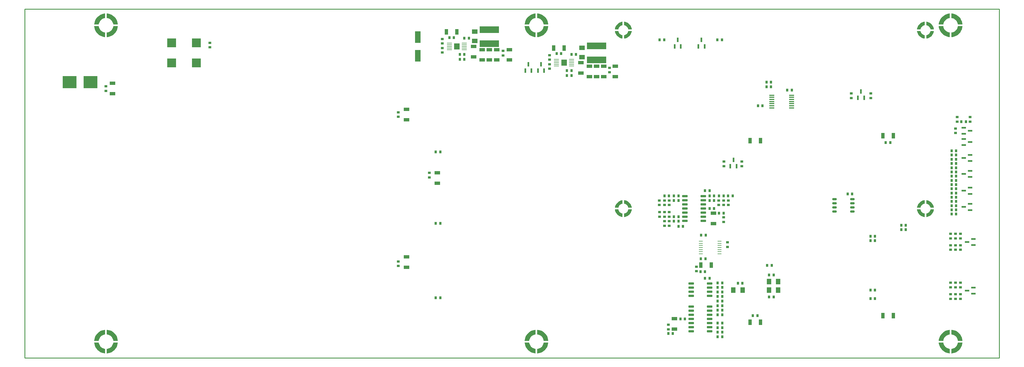
<source format=gtp>
G04 Layer_Color=10723209*
%FSLAX43Y43*%
%MOMM*%
G71*
G01*
G75*
%ADD10R,2.700X2.700*%
%ADD12R,6.000X2.000*%
%ADD13R,1.350X0.600*%
%ADD14O,1.450X0.650*%
%ADD15R,1.800X1.340*%
%ADD16R,1.340X1.800*%
%ADD17R,0.800X0.900*%
%ADD19R,4.240X3.810*%
%ADD20R,1.800X3.550*%
G04:AMPARAMS|DCode=22|XSize=0.65mm|YSize=1.65mm|CornerRadius=0.049mm|HoleSize=0mm|Usage=FLASHONLY|Rotation=270.000|XOffset=0mm|YOffset=0mm|HoleType=Round|Shape=RoundedRectangle|*
%AMROUNDEDRECTD22*
21,1,0.650,1.552,0,0,270.0*
21,1,0.552,1.650,0,0,270.0*
1,1,0.098,-0.776,-0.276*
1,1,0.098,-0.776,0.276*
1,1,0.098,0.776,0.276*
1,1,0.098,0.776,-0.276*
%
%ADD22ROUNDEDRECTD22*%
%ADD23R,1.700X1.000*%
%ADD24R,0.900X0.800*%
G04:AMPARAMS|DCode=26|XSize=1.73mm|YSize=1.9mm|CornerRadius=0.052mm|HoleSize=0mm|Usage=FLASHONLY|Rotation=0.000|XOffset=0mm|YOffset=0mm|HoleType=Round|Shape=RoundedRectangle|*
%AMROUNDEDRECTD26*
21,1,1.730,1.796,0,0,0.0*
21,1,1.626,1.900,0,0,0.0*
1,1,0.104,0.813,-0.898*
1,1,0.104,-0.813,-0.898*
1,1,0.104,-0.813,0.898*
1,1,0.104,0.813,0.898*
%
%ADD26ROUNDEDRECTD26*%
%ADD27R,0.600X1.350*%
%ADD28R,1.000X1.700*%
%ADD36C,0.254*%
%ADD72O,1.300X0.250*%
G04:AMPARAMS|DCode=73|XSize=0.35mm|YSize=1.5mm|CornerRadius=0mm|HoleSize=0mm|Usage=FLASHONLY|Rotation=90.000|XOffset=0mm|YOffset=0mm|HoleType=Round|Shape=RoundedRectangle|*
%AMROUNDEDRECTD73*
21,1,0.350,1.500,0,0,90.0*
21,1,0.350,1.500,0,0,90.0*
1,1,0.000,0.750,0.175*
1,1,0.000,0.750,-0.175*
1,1,0.000,-0.750,-0.175*
1,1,0.000,-0.750,0.175*
%
%ADD73ROUNDEDRECTD73*%
G04:AMPARAMS|DCode=74|XSize=0.2mm|YSize=1.45mm|CornerRadius=0mm|HoleSize=0mm|Usage=FLASHONLY|Rotation=90.000|XOffset=0mm|YOffset=0mm|HoleType=Round|Shape=RoundedRectangle|*
%AMROUNDEDRECTD74*
21,1,0.200,1.450,0,0,90.0*
21,1,0.200,1.450,0,0,90.0*
1,1,0.000,0.725,0.100*
1,1,0.000,0.725,-0.100*
1,1,0.000,-0.725,-0.100*
1,1,0.000,-0.725,0.100*
%
%ADD74ROUNDEDRECTD74*%
G36*
X186838Y45750D02*
X186816Y45527D01*
X186697Y45094D01*
X186506Y44688D01*
X186247Y44320D01*
X185930Y44003D01*
X185562Y43744D01*
X185156Y43553D01*
X184723Y43434D01*
X184500Y43412D01*
X184500D01*
Y44471D01*
X184500Y44470D01*
X184618Y44494D01*
X184848Y44570D01*
X185062Y44680D01*
X185257Y44822D01*
X185428Y44993D01*
X185570Y45188D01*
X185680Y45402D01*
X185756Y45632D01*
X185780Y45750D01*
Y45750D01*
Y45750D01*
X186838Y45750D01*
D02*
G37*
G36*
X279838D02*
X279816Y45527D01*
X279697Y45094D01*
X279506Y44688D01*
X279247Y44320D01*
X278930Y44003D01*
X278562Y43744D01*
X278156Y43553D01*
X277723Y43434D01*
X277500Y43412D01*
X277500D01*
Y44471D01*
X277500Y44470D01*
X277618Y44494D01*
X277848Y44570D01*
X278062Y44680D01*
X278257Y44822D01*
X278428Y44993D01*
X278570Y45188D01*
X278680Y45402D01*
X278756Y45632D01*
X278780Y45750D01*
Y45750D01*
Y45750D01*
X279838Y45750D01*
D02*
G37*
G36*
X275720Y45750D02*
X275744Y45632D01*
X275820Y45402D01*
X275930Y45188D01*
X276072Y44993D01*
X276243Y44822D01*
X276438Y44680D01*
X276652Y44570D01*
X276882Y44494D01*
X277000Y44470D01*
X277000Y44470D01*
X277000D01*
X277000Y43412D01*
X276777Y43434D01*
X276344Y43553D01*
X275938Y43744D01*
X275570Y44003D01*
X275253Y44320D01*
X274994Y44688D01*
X274803Y45094D01*
X274684Y45527D01*
X274662Y45750D01*
Y45750D01*
X275721D01*
X275720Y45750D01*
D02*
G37*
G36*
X157250Y8641D02*
Y7236D01*
X157250D01*
Y7236D01*
X157063Y7207D01*
X156699Y7103D01*
X156358Y6938D01*
X156049Y6719D01*
X155781Y6452D01*
X155562Y6143D01*
X155398Y5801D01*
X155293Y5437D01*
X155264Y5250D01*
Y5250D01*
X153859D01*
X153874Y5468D01*
X153955Y5897D01*
X154087Y6313D01*
X154268Y6710D01*
X154495Y7083D01*
X154765Y7427D01*
X155074Y7735D01*
X155417Y8005D01*
X155790Y8232D01*
X156187Y8413D01*
X156603Y8545D01*
X157032Y8626D01*
X157250Y8641D01*
D01*
X157250D01*
X157250D01*
D02*
G37*
G36*
X182720Y45750D02*
X182744Y45632D01*
X182820Y45402D01*
X182930Y45188D01*
X183072Y44993D01*
X183243Y44822D01*
X183438Y44680D01*
X183652Y44570D01*
X183882Y44494D01*
X184000Y44470D01*
X184000Y44470D01*
X184000D01*
X184000Y43412D01*
X183777Y43434D01*
X183344Y43553D01*
X182938Y43744D01*
X182570Y44003D01*
X182253Y44320D01*
X181994Y44688D01*
X181803Y45094D01*
X181684Y45527D01*
X181662Y45750D01*
Y45750D01*
X182721D01*
X182720Y45750D01*
D02*
G37*
G36*
X277000Y47529D02*
X277000Y47530D01*
X276882Y47506D01*
X276652Y47430D01*
X276438Y47320D01*
X276243Y47178D01*
X276072Y47007D01*
X275930Y46812D01*
X275820Y46598D01*
X275744Y46368D01*
X275720Y46250D01*
X275720D01*
Y46250D01*
X274662D01*
X274684Y46473D01*
X274803Y46906D01*
X274994Y47312D01*
X275253Y47680D01*
X275570Y47997D01*
X275938Y48256D01*
X276344Y48447D01*
X276777Y48566D01*
X277000Y48588D01*
Y48588D01*
X277000D01*
Y47529D01*
D02*
G37*
G36*
X182720Y100750D02*
X182744Y100632D01*
X182820Y100402D01*
X182930Y100188D01*
X183072Y99993D01*
X183243Y99822D01*
X183438Y99680D01*
X183652Y99570D01*
X183882Y99494D01*
X184000Y99470D01*
X184000Y99470D01*
X184000D01*
X184000Y98412D01*
X183777Y98434D01*
X183344Y98553D01*
X182938Y98744D01*
X182570Y99003D01*
X182253Y99320D01*
X181994Y99687D01*
X181803Y100094D01*
X181684Y100527D01*
X181662Y100750D01*
Y100750D01*
X182721D01*
X182720Y100750D01*
D02*
G37*
G36*
X184000Y47529D02*
X184000Y47530D01*
X183882Y47506D01*
X183652Y47430D01*
X183438Y47320D01*
X183243Y47178D01*
X183072Y47007D01*
X182930Y46812D01*
X182820Y46598D01*
X182744Y46368D01*
X182720Y46250D01*
X182720D01*
Y46250D01*
X181662D01*
X181684Y46473D01*
X181803Y46906D01*
X181994Y47312D01*
X182253Y47680D01*
X182570Y47997D01*
X182938Y48256D01*
X183344Y48447D01*
X183777Y48566D01*
X184000Y48588D01*
Y48588D01*
X184000D01*
Y47529D01*
D02*
G37*
G36*
X184723Y48566D02*
X185156Y48447D01*
X185562Y48256D01*
X185930Y47997D01*
X186247Y47680D01*
X186506Y47312D01*
X186697Y46906D01*
X186816Y46473D01*
X186838Y46250D01*
X186838Y46250D01*
Y46250D01*
X185779D01*
X185780Y46250D01*
X185756Y46368D01*
X185680Y46598D01*
X185570Y46812D01*
X185428Y47007D01*
X185257Y47178D01*
X185062Y47320D01*
X184848Y47430D01*
X184618Y47506D01*
X184500Y47530D01*
X184500D01*
Y48588D01*
X184723Y48566D01*
D02*
G37*
G36*
X277723D02*
X278156Y48447D01*
X278562Y48256D01*
X278930Y47997D01*
X279247Y47680D01*
X279506Y47312D01*
X279697Y46906D01*
X279816Y46473D01*
X279838Y46250D01*
X279838Y46250D01*
Y46250D01*
X278779D01*
X278780Y46250D01*
X278756Y46368D01*
X278680Y46598D01*
X278570Y46812D01*
X278428Y47007D01*
X278257Y47178D01*
X278062Y47320D01*
X277848Y47430D01*
X277618Y47506D01*
X277500Y47530D01*
X277500D01*
Y48588D01*
X277723Y48566D01*
D02*
G37*
G36*
X157968Y8626D02*
X158397Y8545D01*
X158813Y8413D01*
X159210Y8232D01*
X159583Y8005D01*
X159927Y7735D01*
X160235Y7426D01*
X160505Y7083D01*
X160732Y6710D01*
X160913Y6313D01*
X161045Y5897D01*
X161126Y5468D01*
X161141Y5250D01*
D01*
Y5250D01*
Y5250D01*
X159736D01*
Y5250D01*
X159736Y5250D01*
X159707Y5437D01*
X159603Y5801D01*
X159438Y6142D01*
X159219Y6451D01*
X158952Y6719D01*
X158643Y6938D01*
X158301Y7102D01*
X157937Y7207D01*
X157750Y7236D01*
X157750Y7236D01*
Y8641D01*
X157968Y8626D01*
D02*
G37*
G36*
X22793Y4563D02*
X22897Y4199D01*
X23062Y3858D01*
X23281Y3549D01*
X23548Y3281D01*
X23857Y3062D01*
X24199Y2898D01*
X24563Y2793D01*
X24750Y2764D01*
X24750D01*
Y1359D01*
X24750Y1359D01*
X24532Y1374D01*
X24103Y1455D01*
X23687Y1587D01*
X23290Y1768D01*
X22917Y1995D01*
X22573Y2265D01*
X22265Y2573D01*
X21995Y2917D01*
X21768Y3290D01*
X21587Y3687D01*
X21455Y4103D01*
X21374Y4532D01*
X21359Y4750D01*
X21359Y4750D01*
X22764D01*
Y4750D01*
X22793Y4563D01*
D02*
G37*
G36*
X282793D02*
X282897Y4199D01*
X283062Y3858D01*
X283281Y3549D01*
X283548Y3281D01*
X283857Y3062D01*
X284199Y2898D01*
X284563Y2793D01*
X284750Y2764D01*
X284750D01*
Y1359D01*
X284750Y1359D01*
X284532Y1374D01*
X284103Y1455D01*
X283687Y1587D01*
X283290Y1768D01*
X282917Y1995D01*
X282573Y2265D01*
X282265Y2573D01*
X281995Y2917D01*
X281768Y3290D01*
X281587Y3687D01*
X281455Y4103D01*
X281374Y4532D01*
X281359Y4750D01*
X281359Y4750D01*
X282764D01*
Y4750D01*
X282793Y4563D01*
D02*
G37*
G36*
X161141Y4750D02*
X161126Y4532D01*
X161045Y4103D01*
X160913Y3687D01*
X160732Y3290D01*
X160505Y2917D01*
X160235Y2573D01*
X159926Y2265D01*
X159583Y1995D01*
X159210Y1768D01*
X158813Y1587D01*
X158397Y1455D01*
X157968Y1374D01*
X157750Y1359D01*
X157750Y1359D01*
Y2764D01*
X157750D01*
X157937Y2793D01*
X158301Y2897D01*
X158642Y3062D01*
X158951Y3281D01*
X159219Y3548D01*
X159438Y3857D01*
X159602Y4199D01*
X159707Y4563D01*
X159736Y4750D01*
X159736Y4750D01*
X161141D01*
Y4750D01*
D02*
G37*
G36*
X28641Y4750D02*
X28626Y4532D01*
X28545Y4103D01*
X28413Y3687D01*
X28232Y3290D01*
X28005Y2917D01*
X27735Y2573D01*
X27427Y2265D01*
X27083Y1995D01*
X26710Y1768D01*
X26313Y1587D01*
X25897Y1455D01*
X25468Y1373D01*
X25250Y1359D01*
X25250Y1359D01*
Y2764D01*
X25250D01*
X25437Y2793D01*
X25801Y2897D01*
X26142Y3062D01*
X26451Y3281D01*
X26719Y3548D01*
X26938Y3857D01*
X27102Y4199D01*
X27207Y4563D01*
X27236Y4750D01*
X27236Y4750D01*
X28641D01*
Y4750D01*
D02*
G37*
G36*
X288641D02*
X288626Y4532D01*
X288545Y4103D01*
X288413Y3687D01*
X288232Y3290D01*
X288005Y2917D01*
X287735Y2573D01*
X287427Y2265D01*
X287083Y1995D01*
X286710Y1768D01*
X286313Y1587D01*
X285897Y1455D01*
X285468Y1373D01*
X285250Y1359D01*
X285250Y1359D01*
Y2764D01*
X285250D01*
X285437Y2793D01*
X285801Y2897D01*
X286142Y3062D01*
X286451Y3281D01*
X286719Y3548D01*
X286938Y3857D01*
X287102Y4199D01*
X287207Y4563D01*
X287236Y4750D01*
X287236Y4750D01*
X288641D01*
Y4750D01*
D02*
G37*
G36*
X24750Y8641D02*
Y7236D01*
X24750D01*
Y7236D01*
X24563Y7207D01*
X24199Y7102D01*
X23858Y6938D01*
X23549Y6719D01*
X23281Y6452D01*
X23062Y6143D01*
X22898Y5801D01*
X22793Y5437D01*
X22764Y5250D01*
Y5250D01*
X21359D01*
X21374Y5468D01*
X21455Y5897D01*
X21587Y6313D01*
X21768Y6710D01*
X21995Y7083D01*
X22265Y7427D01*
X22573Y7735D01*
X22917Y8005D01*
X23290Y8232D01*
X23687Y8413D01*
X24103Y8545D01*
X24532Y8626D01*
X24750Y8641D01*
D01*
X24750D01*
X24750D01*
D02*
G37*
G36*
X284750D02*
Y7236D01*
X284750D01*
Y7236D01*
X284563Y7207D01*
X284199Y7102D01*
X283858Y6938D01*
X283549Y6719D01*
X283281Y6452D01*
X283062Y6143D01*
X282898Y5801D01*
X282793Y5437D01*
X282764Y5250D01*
Y5250D01*
X281359D01*
X281374Y5468D01*
X281455Y5897D01*
X281587Y6313D01*
X281768Y6710D01*
X281995Y7083D01*
X282265Y7427D01*
X282573Y7735D01*
X282917Y8005D01*
X283290Y8232D01*
X283687Y8413D01*
X284103Y8545D01*
X284532Y8626D01*
X284750Y8641D01*
D01*
X284750D01*
X284750D01*
D02*
G37*
G36*
X285468Y8626D02*
X285897Y8545D01*
X286313Y8413D01*
X286710Y8232D01*
X287083Y8005D01*
X287427Y7735D01*
X287735Y7426D01*
X288005Y7083D01*
X288232Y6710D01*
X288413Y6313D01*
X288545Y5897D01*
X288626Y5468D01*
X288641Y5250D01*
D01*
Y5250D01*
Y5250D01*
X287236D01*
Y5250D01*
X287236Y5250D01*
X287207Y5437D01*
X287103Y5801D01*
X286938Y6142D01*
X286719Y6451D01*
X286452Y6719D01*
X286143Y6938D01*
X285801Y7102D01*
X285437Y7207D01*
X285250Y7236D01*
X285250Y7236D01*
Y8641D01*
X285468Y8626D01*
D02*
G37*
G36*
X155293Y4563D02*
X155397Y4199D01*
X155562Y3858D01*
X155781Y3549D01*
X156048Y3281D01*
X156357Y3062D01*
X156699Y2898D01*
X157063Y2793D01*
X157250Y2764D01*
X157250D01*
Y1359D01*
X157250Y1359D01*
X157032Y1374D01*
X156603Y1455D01*
X156187Y1587D01*
X155790Y1768D01*
X155417Y1995D01*
X155073Y2265D01*
X154765Y2573D01*
X154495Y2917D01*
X154268Y3290D01*
X154087Y3687D01*
X153955Y4103D01*
X153874Y4532D01*
X153859Y4750D01*
X153859Y4750D01*
X155264D01*
Y4750D01*
X155293Y4563D01*
D02*
G37*
G36*
X25468Y8626D02*
X25897Y8545D01*
X26313Y8413D01*
X26710Y8232D01*
X27083Y8005D01*
X27427Y7735D01*
X27735Y7426D01*
X28005Y7083D01*
X28232Y6710D01*
X28413Y6313D01*
X28545Y5897D01*
X28626Y5468D01*
X28641Y5250D01*
D01*
Y5250D01*
Y5250D01*
X27236D01*
Y5250D01*
X27236Y5250D01*
X27207Y5437D01*
X27103Y5801D01*
X26938Y6142D01*
X26719Y6451D01*
X26452Y6719D01*
X26143Y6938D01*
X25801Y7102D01*
X25437Y7207D01*
X25250Y7236D01*
X25250Y7236D01*
Y8641D01*
X25468Y8626D01*
D02*
G37*
G36*
X275720Y100750D02*
X275744Y100632D01*
X275820Y100402D01*
X275930Y100188D01*
X276072Y99993D01*
X276243Y99822D01*
X276438Y99680D01*
X276652Y99570D01*
X276882Y99494D01*
X277000Y99470D01*
X277000Y99470D01*
X277000D01*
X277000Y98412D01*
X276777Y98434D01*
X276344Y98553D01*
X275938Y98744D01*
X275570Y99003D01*
X275253Y99320D01*
X274994Y99687D01*
X274803Y100094D01*
X274684Y100527D01*
X274662Y100750D01*
Y100750D01*
X275721D01*
X275720Y100750D01*
D02*
G37*
G36*
X285468Y106126D02*
X285897Y106045D01*
X286313Y105913D01*
X286710Y105732D01*
X287083Y105505D01*
X287427Y105235D01*
X287735Y104926D01*
X288005Y104583D01*
X288232Y104210D01*
X288413Y103813D01*
X288545Y103397D01*
X288626Y102968D01*
X288641Y102750D01*
D01*
Y102750D01*
Y102750D01*
X287236D01*
Y102750D01*
X287236Y102750D01*
X287207Y102937D01*
X287103Y103301D01*
X286938Y103642D01*
X286719Y103951D01*
X286452Y104219D01*
X286143Y104438D01*
X285801Y104602D01*
X285437Y104707D01*
X285250Y104736D01*
X285250Y104736D01*
Y106141D01*
X285468Y106126D01*
D02*
G37*
G36*
X24750Y104736D02*
X24750D01*
Y104736D01*
X24563Y104707D01*
X24199Y104603D01*
X23858Y104438D01*
X23549Y104219D01*
X23281Y103952D01*
X23062Y103643D01*
X22898Y103301D01*
X22793Y102937D01*
X22764Y102750D01*
Y102750D01*
X21359D01*
X21374Y102968D01*
X21455Y103397D01*
X21587Y103813D01*
X21768Y104210D01*
X21995Y104583D01*
X22265Y104927D01*
X22573Y105235D01*
X22917Y105505D01*
X23290Y105732D01*
X23687Y105913D01*
X24103Y106045D01*
X24532Y106126D01*
X24750Y106141D01*
Y104736D01*
D02*
G37*
G36*
X157968Y106126D02*
X158397Y106045D01*
X158813Y105913D01*
X159210Y105732D01*
X159583Y105505D01*
X159927Y105235D01*
X160235Y104926D01*
X160505Y104583D01*
X160732Y104210D01*
X160913Y103813D01*
X161045Y103397D01*
X161126Y102968D01*
X161141Y102750D01*
D01*
Y102750D01*
Y102750D01*
X159736D01*
Y102750D01*
X159736Y102750D01*
X159707Y102937D01*
X159603Y103301D01*
X159438Y103642D01*
X159219Y103951D01*
X158952Y104219D01*
X158643Y104438D01*
X158301Y104602D01*
X157937Y104707D01*
X157750Y104736D01*
X157750Y104736D01*
Y106141D01*
X157968Y106126D01*
D02*
G37*
G36*
X277000Y102529D02*
X277000Y102530D01*
X276882Y102506D01*
X276652Y102430D01*
X276438Y102320D01*
X276243Y102178D01*
X276072Y102007D01*
X275930Y101812D01*
X275820Y101598D01*
X275744Y101368D01*
X275720Y101250D01*
X275720D01*
Y101250D01*
X274662D01*
X274684Y101473D01*
X274803Y101906D01*
X274994Y102312D01*
X275253Y102680D01*
X275570Y102997D01*
X275938Y103256D01*
X276344Y103447D01*
X276777Y103566D01*
X277000Y103588D01*
Y103588D01*
X277000D01*
Y102529D01*
D02*
G37*
G36*
X25468Y106126D02*
X25897Y106045D01*
X26313Y105913D01*
X26710Y105732D01*
X27083Y105505D01*
X27427Y105235D01*
X27735Y104926D01*
X28005Y104583D01*
X28232Y104210D01*
X28413Y103813D01*
X28545Y103397D01*
X28626Y102968D01*
X28641Y102750D01*
D01*
Y102750D01*
Y102750D01*
X27236D01*
Y102750D01*
X27236Y102750D01*
X27207Y102937D01*
X27103Y103301D01*
X26938Y103642D01*
X26719Y103951D01*
X26452Y104219D01*
X26143Y104438D01*
X25801Y104602D01*
X25437Y104707D01*
X25250Y104736D01*
X25250Y104736D01*
Y106141D01*
X25468Y106126D01*
D02*
G37*
G36*
X157250Y106141D02*
D01*
X157250D01*
X157250D01*
D02*
G37*
G36*
X284750D02*
D01*
X284750D01*
X284750D01*
D02*
G37*
G36*
X24750D02*
D01*
X24750D01*
X24750D01*
D02*
G37*
G36*
X157250Y104736D02*
X157250D01*
Y104736D01*
X157063Y104707D01*
X156699Y104603D01*
X156358Y104438D01*
X156049Y104219D01*
X155781Y103952D01*
X155562Y103643D01*
X155398Y103301D01*
X155293Y102937D01*
X155264Y102750D01*
Y102750D01*
X153859D01*
X153874Y102968D01*
X153955Y103397D01*
X154087Y103813D01*
X154268Y104210D01*
X154495Y104583D01*
X154765Y104927D01*
X155074Y105235D01*
X155417Y105505D01*
X155790Y105732D01*
X156187Y105913D01*
X156603Y106045D01*
X157032Y106126D01*
X157250Y106141D01*
Y104736D01*
D02*
G37*
G36*
X284750D02*
X284750D01*
Y104736D01*
X284563Y104707D01*
X284199Y104603D01*
X283858Y104438D01*
X283549Y104219D01*
X283281Y103952D01*
X283062Y103643D01*
X282898Y103301D01*
X282793Y102937D01*
X282764Y102750D01*
Y102750D01*
X281359D01*
X281374Y102968D01*
X281455Y103397D01*
X281587Y103813D01*
X281768Y104210D01*
X281995Y104583D01*
X282265Y104927D01*
X282573Y105235D01*
X282917Y105505D01*
X283290Y105732D01*
X283687Y105913D01*
X284103Y106045D01*
X284532Y106126D01*
X284750Y106141D01*
Y104736D01*
D02*
G37*
G36*
X184000Y102529D02*
X184000Y102530D01*
X183882Y102506D01*
X183652Y102430D01*
X183438Y102320D01*
X183243Y102178D01*
X183072Y102007D01*
X182930Y101812D01*
X182820Y101598D01*
X182744Y101368D01*
X182720Y101250D01*
X182720D01*
Y101250D01*
X181662D01*
X181684Y101473D01*
X181803Y101906D01*
X181994Y102312D01*
X182253Y102680D01*
X182570Y102997D01*
X182938Y103256D01*
X183344Y103447D01*
X183777Y103566D01*
X184000Y103588D01*
Y103588D01*
X184000D01*
Y102529D01*
D02*
G37*
G36*
X186838Y100750D02*
X186816Y100527D01*
X186697Y100094D01*
X186506Y99688D01*
X186247Y99320D01*
X185930Y99003D01*
X185562Y98744D01*
X185156Y98553D01*
X184723Y98434D01*
X184500Y98412D01*
X184500D01*
Y99471D01*
X184500Y99470D01*
X184618Y99494D01*
X184848Y99570D01*
X185062Y99680D01*
X185257Y99822D01*
X185428Y99993D01*
X185570Y100188D01*
X185680Y100402D01*
X185756Y100632D01*
X185780Y100750D01*
Y100750D01*
Y100750D01*
X186838Y100750D01*
D02*
G37*
G36*
X279838D02*
X279816Y100527D01*
X279697Y100094D01*
X279506Y99688D01*
X279247Y99320D01*
X278930Y99003D01*
X278562Y98744D01*
X278156Y98553D01*
X277723Y98434D01*
X277500Y98412D01*
X277500D01*
Y99471D01*
X277500Y99470D01*
X277618Y99494D01*
X277848Y99570D01*
X278062Y99680D01*
X278257Y99822D01*
X278428Y99993D01*
X278570Y100188D01*
X278680Y100402D01*
X278756Y100632D01*
X278780Y100750D01*
Y100750D01*
Y100750D01*
X279838Y100750D01*
D02*
G37*
G36*
X288641Y102250D02*
X288626Y102032D01*
X288545Y101603D01*
X288413Y101187D01*
X288232Y100790D01*
X288005Y100417D01*
X287735Y100073D01*
X287427Y99765D01*
X287083Y99495D01*
X286710Y99268D01*
X286313Y99087D01*
X285897Y98955D01*
X285468Y98874D01*
X285250Y98859D01*
X285250Y98859D01*
Y100264D01*
X285250D01*
X285437Y100293D01*
X285801Y100397D01*
X286142Y100562D01*
X286451Y100781D01*
X286719Y101048D01*
X286938Y101357D01*
X287102Y101699D01*
X287207Y102063D01*
X287236Y102250D01*
X287236Y102250D01*
X288641D01*
Y102250D01*
D02*
G37*
G36*
X28641D02*
X28626Y102032D01*
X28545Y101603D01*
X28413Y101187D01*
X28232Y100790D01*
X28005Y100417D01*
X27735Y100073D01*
X27427Y99765D01*
X27083Y99495D01*
X26710Y99268D01*
X26313Y99087D01*
X25897Y98955D01*
X25468Y98874D01*
X25250Y98859D01*
X25250Y98859D01*
Y100264D01*
X25250D01*
X25437Y100293D01*
X25801Y100397D01*
X26142Y100562D01*
X26451Y100781D01*
X26719Y101048D01*
X26938Y101357D01*
X27102Y101699D01*
X27207Y102063D01*
X27236Y102250D01*
X27236Y102250D01*
X28641D01*
Y102250D01*
D02*
G37*
G36*
X161141D02*
X161126Y102032D01*
X161045Y101603D01*
X160913Y101187D01*
X160732Y100790D01*
X160505Y100417D01*
X160235Y100073D01*
X159926Y99765D01*
X159583Y99495D01*
X159210Y99268D01*
X158813Y99087D01*
X158397Y98955D01*
X157968Y98874D01*
X157750Y98859D01*
X157750Y98859D01*
Y100264D01*
X157750D01*
X157937Y100293D01*
X158301Y100397D01*
X158642Y100562D01*
X158951Y100781D01*
X159219Y101048D01*
X159438Y101357D01*
X159602Y101699D01*
X159707Y102063D01*
X159736Y102250D01*
X159736Y102250D01*
X161141D01*
Y102250D01*
D02*
G37*
G36*
X155293Y102063D02*
X155397Y101699D01*
X155562Y101358D01*
X155781Y101049D01*
X156048Y100781D01*
X156357Y100562D01*
X156699Y100398D01*
X157063Y100293D01*
X157250Y100264D01*
X157250D01*
Y98859D01*
X157250Y98859D01*
X157032Y98874D01*
X156603Y98955D01*
X156187Y99087D01*
X155790Y99268D01*
X155417Y99495D01*
X155073Y99765D01*
X154765Y100074D01*
X154495Y100417D01*
X154268Y100790D01*
X154087Y101187D01*
X153955Y101603D01*
X153874Y102032D01*
X153859Y102250D01*
X153859Y102250D01*
X155264D01*
Y102250D01*
X155293Y102063D01*
D02*
G37*
G36*
X282793D02*
X282897Y101699D01*
X283062Y101358D01*
X283281Y101049D01*
X283548Y100781D01*
X283857Y100562D01*
X284199Y100398D01*
X284563Y100293D01*
X284750Y100264D01*
X284750D01*
Y98859D01*
X284750Y98859D01*
X284532Y98874D01*
X284103Y98955D01*
X283687Y99087D01*
X283290Y99268D01*
X282917Y99495D01*
X282573Y99765D01*
X282265Y100074D01*
X281995Y100417D01*
X281768Y100790D01*
X281587Y101187D01*
X281455Y101603D01*
X281374Y102032D01*
X281359Y102250D01*
X281359Y102250D01*
X282764D01*
Y102250D01*
X282793Y102063D01*
D02*
G37*
G36*
X22793D02*
X22897Y101699D01*
X23062Y101358D01*
X23281Y101049D01*
X23548Y100781D01*
X23857Y100562D01*
X24199Y100398D01*
X24563Y100293D01*
X24750Y100264D01*
X24750D01*
Y98859D01*
X24750Y98859D01*
X24532Y98874D01*
X24103Y98955D01*
X23687Y99087D01*
X23290Y99268D01*
X22917Y99495D01*
X22573Y99765D01*
X22265Y100074D01*
X21995Y100417D01*
X21768Y100790D01*
X21587Y101187D01*
X21455Y101603D01*
X21374Y102032D01*
X21359Y102250D01*
X21359Y102250D01*
X22764D01*
Y102250D01*
X22793Y102063D01*
D02*
G37*
G36*
X184723Y103566D02*
X185156Y103447D01*
X185562Y103256D01*
X185930Y102997D01*
X186247Y102680D01*
X186506Y102312D01*
X186697Y101906D01*
X186816Y101473D01*
X186838Y101250D01*
X186838Y101250D01*
Y101250D01*
X185779D01*
X185780Y101250D01*
X185756Y101368D01*
X185680Y101598D01*
X185570Y101812D01*
X185428Y102007D01*
X185257Y102178D01*
X185062Y102320D01*
X184848Y102430D01*
X184618Y102506D01*
X184500Y102530D01*
X184500D01*
Y103588D01*
X184723Y103566D01*
D02*
G37*
G36*
X277723D02*
X278156Y103447D01*
X278562Y103256D01*
X278930Y102997D01*
X279247Y102680D01*
X279506Y102312D01*
X279697Y101906D01*
X279816Y101473D01*
X279838Y101250D01*
X279838Y101250D01*
Y101250D01*
X278779D01*
X278780Y101250D01*
X278756Y101368D01*
X278680Y101598D01*
X278570Y101812D01*
X278428Y102007D01*
X278257Y102178D01*
X278062Y102320D01*
X277848Y102430D01*
X277618Y102506D01*
X277500Y102530D01*
X277500D01*
Y103588D01*
X277723Y103566D01*
D02*
G37*
D10*
X45190Y90890D02*
D03*
X52810D02*
D03*
Y97110D02*
D03*
X45190D02*
D03*
D12*
X143000Y96850D02*
D03*
Y101150D02*
D03*
X176000Y91850D02*
D03*
Y96150D02*
D03*
D13*
X291975Y19750D02*
D03*
Y21650D02*
D03*
X290025Y20700D02*
D03*
X290975Y66500D02*
D03*
X289025Y65550D02*
D03*
Y67450D02*
D03*
X290975Y70000D02*
D03*
X289025Y69050D02*
D03*
Y70950D02*
D03*
X290025Y35700D02*
D03*
X291975Y36650D02*
D03*
Y34750D02*
D03*
X290975Y45550D02*
D03*
Y47450D02*
D03*
X289025Y46500D02*
D03*
X290975Y50550D02*
D03*
Y52450D02*
D03*
X289025Y51500D02*
D03*
X290975Y55750D02*
D03*
Y57650D02*
D03*
X289025Y56700D02*
D03*
X290975Y60650D02*
D03*
Y62550D02*
D03*
X289025Y61600D02*
D03*
D14*
X254725Y45095D02*
D03*
Y46365D02*
D03*
Y47635D02*
D03*
Y48905D02*
D03*
X249275Y45095D02*
D03*
Y46365D02*
D03*
Y47635D02*
D03*
Y48905D02*
D03*
D15*
X138500Y97670D02*
D03*
Y100530D02*
D03*
X171500Y92670D02*
D03*
Y95530D02*
D03*
D16*
X231930Y23500D02*
D03*
X229070D02*
D03*
X231930Y20900D02*
D03*
X229070D02*
D03*
X220930D02*
D03*
X218070D02*
D03*
D17*
X261700Y36100D02*
D03*
X260300D02*
D03*
X215100Y44600D02*
D03*
X213700D02*
D03*
X213200Y98000D02*
D03*
X214600D02*
D03*
X261700Y18300D02*
D03*
X260300D02*
D03*
X228500Y28500D02*
D03*
X229900D02*
D03*
X261700Y20900D02*
D03*
X260300D02*
D03*
X230500Y25500D02*
D03*
X229100D02*
D03*
X219500Y23000D02*
D03*
X220900D02*
D03*
X230500Y18800D02*
D03*
X229100D02*
D03*
X288300Y72800D02*
D03*
X289700D02*
D03*
X285300Y44300D02*
D03*
X286700D02*
D03*
X285300Y48200D02*
D03*
X286700D02*
D03*
X285300Y49500D02*
D03*
X286700D02*
D03*
X285300Y53400D02*
D03*
X286700D02*
D03*
X285300Y54700D02*
D03*
X286700D02*
D03*
X285300Y58600D02*
D03*
X286700D02*
D03*
X285300Y59900D02*
D03*
X286700D02*
D03*
X285300Y63800D02*
D03*
X286700D02*
D03*
Y62500D02*
D03*
X285300D02*
D03*
X286700Y61200D02*
D03*
X285300D02*
D03*
X286700Y57300D02*
D03*
X285300D02*
D03*
X286700Y56000D02*
D03*
X285300D02*
D03*
X214700Y16100D02*
D03*
X213300D02*
D03*
Y13300D02*
D03*
X214700D02*
D03*
X214700Y21700D02*
D03*
X213300D02*
D03*
Y18900D02*
D03*
X214700D02*
D03*
X214700Y7900D02*
D03*
X213300D02*
D03*
Y10700D02*
D03*
X214700D02*
D03*
X203200Y12000D02*
D03*
X201800D02*
D03*
X208200Y37800D02*
D03*
X209600D02*
D03*
X196900Y49900D02*
D03*
X198300D02*
D03*
X215100D02*
D03*
X213700D02*
D03*
X208000Y26600D02*
D03*
X209400D02*
D03*
X208100Y30500D02*
D03*
X209500D02*
D03*
X210800Y46000D02*
D03*
X212200D02*
D03*
X225530Y12970D02*
D03*
X224130D02*
D03*
X265030Y66370D02*
D03*
X266430D02*
D03*
X254700Y50500D02*
D03*
X253300D02*
D03*
X168300Y93500D02*
D03*
X169700D02*
D03*
X163700Y93800D02*
D03*
X165100D02*
D03*
X135300Y98500D02*
D03*
X136700D02*
D03*
X132100Y98700D02*
D03*
X130700D02*
D03*
X195400Y98000D02*
D03*
X196800D02*
D03*
X236100Y82500D02*
D03*
X234700D02*
D03*
X198100Y7500D02*
D03*
X199500D02*
D03*
X214700Y17500D02*
D03*
X213300D02*
D03*
Y14700D02*
D03*
X214700D02*
D03*
X214700Y23100D02*
D03*
X213300D02*
D03*
Y20300D02*
D03*
X214700D02*
D03*
X214700Y6500D02*
D03*
X213300D02*
D03*
X213300Y9300D02*
D03*
X214700D02*
D03*
X199800Y42100D02*
D03*
X201200D02*
D03*
Y43500D02*
D03*
X199800D02*
D03*
X126500Y18500D02*
D03*
X127900D02*
D03*
X199800Y49900D02*
D03*
X201200D02*
D03*
Y48500D02*
D03*
X199800D02*
D03*
X126500Y41500D02*
D03*
X127900D02*
D03*
X216500Y49900D02*
D03*
X217900D02*
D03*
X212200D02*
D03*
X210800D02*
D03*
Y48500D02*
D03*
X212200D02*
D03*
X126500Y63500D02*
D03*
X127900D02*
D03*
X166900Y87000D02*
D03*
X168300D02*
D03*
Y88500D02*
D03*
X166900D02*
D03*
X133900Y92000D02*
D03*
X135300D02*
D03*
Y93500D02*
D03*
X133900D02*
D03*
X285300Y45600D02*
D03*
X286700D02*
D03*
X285300Y46900D02*
D03*
X286700D02*
D03*
X285300Y50800D02*
D03*
X286700D02*
D03*
X285300Y52100D02*
D03*
X286700D02*
D03*
X210800Y24500D02*
D03*
X209400D02*
D03*
X202600Y40500D02*
D03*
X201200D02*
D03*
X209400Y51500D02*
D03*
X210800D02*
D03*
X225700Y77700D02*
D03*
X227100D02*
D03*
X228300Y83500D02*
D03*
X229700D02*
D03*
X228300Y85000D02*
D03*
X229700D02*
D03*
X271200Y40900D02*
D03*
X269800D02*
D03*
X260300Y37500D02*
D03*
X261700D02*
D03*
X269800Y39500D02*
D03*
X271200D02*
D03*
D19*
X20185Y85000D02*
D03*
X13815D02*
D03*
D20*
X121000Y93125D02*
D03*
Y98875D02*
D03*
D22*
X203175Y49810D02*
D03*
Y48540D02*
D03*
Y47270D02*
D03*
Y46000D02*
D03*
Y44730D02*
D03*
Y43460D02*
D03*
Y42190D02*
D03*
X208825Y49810D02*
D03*
Y48540D02*
D03*
Y47270D02*
D03*
Y46000D02*
D03*
Y44730D02*
D03*
Y43460D02*
D03*
Y42190D02*
D03*
X210825Y19095D02*
D03*
Y20365D02*
D03*
Y21635D02*
D03*
Y22905D02*
D03*
X205175Y19095D02*
D03*
Y20365D02*
D03*
Y21635D02*
D03*
Y22905D02*
D03*
X210825Y8190D02*
D03*
Y9460D02*
D03*
Y10730D02*
D03*
Y12000D02*
D03*
Y13270D02*
D03*
Y14540D02*
D03*
Y15810D02*
D03*
X205175Y8190D02*
D03*
Y9460D02*
D03*
Y10730D02*
D03*
Y12000D02*
D03*
Y13270D02*
D03*
Y14540D02*
D03*
Y15810D02*
D03*
D23*
X145300Y91800D02*
D03*
Y95000D02*
D03*
X149200Y91800D02*
D03*
Y95000D02*
D03*
X200000Y12100D02*
D03*
Y8900D02*
D03*
X117500Y31100D02*
D03*
Y27900D02*
D03*
X127000Y53800D02*
D03*
Y57000D02*
D03*
X117500Y76600D02*
D03*
Y73400D02*
D03*
X212000Y41400D02*
D03*
Y44600D02*
D03*
X27000Y81400D02*
D03*
Y84600D02*
D03*
X173800Y86700D02*
D03*
Y89900D02*
D03*
X176000Y86700D02*
D03*
Y89900D02*
D03*
X178200Y86700D02*
D03*
Y89900D02*
D03*
X140800Y91800D02*
D03*
Y95000D02*
D03*
X143000Y91800D02*
D03*
Y95000D02*
D03*
X171200Y87800D02*
D03*
Y91000D02*
D03*
X138200Y92800D02*
D03*
Y96000D02*
D03*
X181800Y89900D02*
D03*
Y86700D02*
D03*
D24*
X288000Y19600D02*
D03*
Y18200D02*
D03*
X216300Y34200D02*
D03*
Y35600D02*
D03*
X286500Y69300D02*
D03*
Y70700D02*
D03*
X285000Y33300D02*
D03*
Y34700D02*
D03*
Y36800D02*
D03*
Y38200D02*
D03*
X286500Y34700D02*
D03*
Y33300D02*
D03*
Y36800D02*
D03*
Y38200D02*
D03*
X287000Y74200D02*
D03*
Y72800D02*
D03*
X291000Y74200D02*
D03*
Y72800D02*
D03*
X198100Y8800D02*
D03*
Y10200D02*
D03*
X198400Y42100D02*
D03*
Y40700D02*
D03*
Y44900D02*
D03*
Y43500D02*
D03*
X115000Y28300D02*
D03*
Y29700D02*
D03*
X198400Y47100D02*
D03*
Y48500D02*
D03*
X124500Y57000D02*
D03*
Y55600D02*
D03*
X213600Y47100D02*
D03*
Y48500D02*
D03*
X115000Y74300D02*
D03*
Y75700D02*
D03*
X215100Y43300D02*
D03*
Y41900D02*
D03*
X215230Y59070D02*
D03*
Y60470D02*
D03*
X220730Y59070D02*
D03*
Y60470D02*
D03*
X25000Y83700D02*
D03*
Y82300D02*
D03*
X57000Y97100D02*
D03*
Y95700D02*
D03*
X180000Y89400D02*
D03*
Y88000D02*
D03*
X161500Y90500D02*
D03*
Y89100D02*
D03*
X147200Y93200D02*
D03*
Y94600D02*
D03*
X128500Y94100D02*
D03*
Y95500D02*
D03*
X206700Y26700D02*
D03*
Y28100D02*
D03*
X196900Y42100D02*
D03*
Y40700D02*
D03*
Y44900D02*
D03*
Y43500D02*
D03*
X195300Y48500D02*
D03*
Y47100D02*
D03*
X196900D02*
D03*
Y48500D02*
D03*
X215100Y47100D02*
D03*
Y48500D02*
D03*
X161500Y91900D02*
D03*
Y93300D02*
D03*
X128500Y96900D02*
D03*
Y98300D02*
D03*
X260400Y80100D02*
D03*
Y81500D02*
D03*
X254400Y80100D02*
D03*
Y81500D02*
D03*
X195400Y43500D02*
D03*
Y44900D02*
D03*
X216600Y48500D02*
D03*
Y47100D02*
D03*
X288000Y36800D02*
D03*
Y38200D02*
D03*
Y34700D02*
D03*
Y33300D02*
D03*
Y21740D02*
D03*
Y23140D02*
D03*
X286500D02*
D03*
Y21740D02*
D03*
Y18200D02*
D03*
Y19600D02*
D03*
X285000Y23140D02*
D03*
Y21740D02*
D03*
Y19600D02*
D03*
Y18200D02*
D03*
D26*
X133000Y96000D02*
D03*
X166000Y91000D02*
D03*
D27*
X158900Y90475D02*
D03*
X159850Y88525D02*
D03*
X157950D02*
D03*
X155000Y90475D02*
D03*
X155950Y88525D02*
D03*
X154050D02*
D03*
X256450Y80125D02*
D03*
X258350D02*
D03*
X257400Y82075D02*
D03*
X200050Y96025D02*
D03*
X201950D02*
D03*
X201000Y97975D02*
D03*
X207350Y96025D02*
D03*
X209250D02*
D03*
X208300Y97975D02*
D03*
X217180Y59095D02*
D03*
X219080D02*
D03*
X218130Y61045D02*
D03*
D28*
X211300Y28600D02*
D03*
X208100D02*
D03*
X223230Y10970D02*
D03*
X226430D02*
D03*
X267330Y68470D02*
D03*
X264130D02*
D03*
Y12970D02*
D03*
X267330D02*
D03*
X226430Y66970D02*
D03*
X223230D02*
D03*
X166000Y95500D02*
D03*
X162800D02*
D03*
X133000Y100500D02*
D03*
X129800D02*
D03*
D36*
X0Y0D02*
Y107500D01*
X300000D01*
Y0D02*
Y107500D01*
X0Y0D02*
X300000D01*
D72*
X213875Y32050D02*
D03*
Y32700D02*
D03*
Y33350D02*
D03*
Y34000D02*
D03*
Y34650D02*
D03*
Y35300D02*
D03*
Y35950D02*
D03*
X208125Y32050D02*
D03*
Y32700D02*
D03*
Y33350D02*
D03*
Y34000D02*
D03*
Y34650D02*
D03*
Y35300D02*
D03*
Y35950D02*
D03*
D73*
X229950Y80950D02*
D03*
Y80300D02*
D03*
Y79650D02*
D03*
Y79000D02*
D03*
Y78350D02*
D03*
Y77700D02*
D03*
Y77050D02*
D03*
X236050Y80950D02*
D03*
Y80300D02*
D03*
Y79650D02*
D03*
Y79000D02*
D03*
Y78350D02*
D03*
Y77700D02*
D03*
Y77050D02*
D03*
D74*
X135325Y97000D02*
D03*
X130675D02*
D03*
Y96500D02*
D03*
Y96000D02*
D03*
Y95500D02*
D03*
Y95000D02*
D03*
X135325Y96500D02*
D03*
Y96000D02*
D03*
Y95500D02*
D03*
Y95000D02*
D03*
X168325Y90000D02*
D03*
Y90500D02*
D03*
Y91000D02*
D03*
Y91500D02*
D03*
X163675Y90000D02*
D03*
Y90500D02*
D03*
Y91000D02*
D03*
Y91500D02*
D03*
Y92000D02*
D03*
X168325D02*
D03*
M02*

</source>
